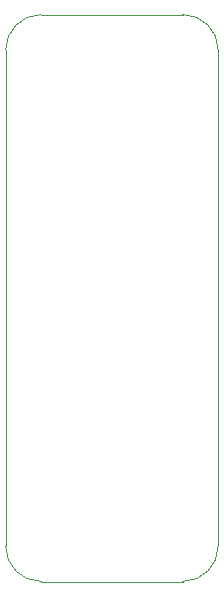
<source format=gbr>
%TF.GenerationSoftware,KiCad,Pcbnew,8.0.8*%
%TF.CreationDate,2025-02-07T05:59:22-05:00*%
%TF.ProjectId,SensorBoardNoMCU,53656e73-6f72-4426-9f61-72644e6f4d43,rev?*%
%TF.SameCoordinates,Original*%
%TF.FileFunction,Profile,NP*%
%FSLAX46Y46*%
G04 Gerber Fmt 4.6, Leading zero omitted, Abs format (unit mm)*
G04 Created by KiCad (PCBNEW 8.0.8) date 2025-02-07 05:59:22*
%MOMM*%
%LPD*%
G01*
G04 APERTURE LIST*
%TA.AperFunction,Profile*%
%ADD10C,0.050000*%
%TD*%
G04 APERTURE END LIST*
D10*
X104000000Y-53000000D02*
X92000000Y-53000000D01*
X89000000Y-56000000D02*
G75*
G02*
X92000000Y-53000000I3000000J0D01*
G01*
X92000000Y-101000000D02*
G75*
G02*
X89000000Y-98000000I0J3000000D01*
G01*
X104000000Y-53000000D02*
G75*
G02*
X107000000Y-56000000I0J-3000000D01*
G01*
X92000000Y-101000000D02*
X104000000Y-101000000D01*
X107000000Y-98000000D02*
G75*
G02*
X104000000Y-101000000I-3000000J0D01*
G01*
X89000000Y-56000000D02*
X89000000Y-98000000D01*
X107000000Y-98000000D02*
X107000000Y-56000000D01*
M02*

</source>
